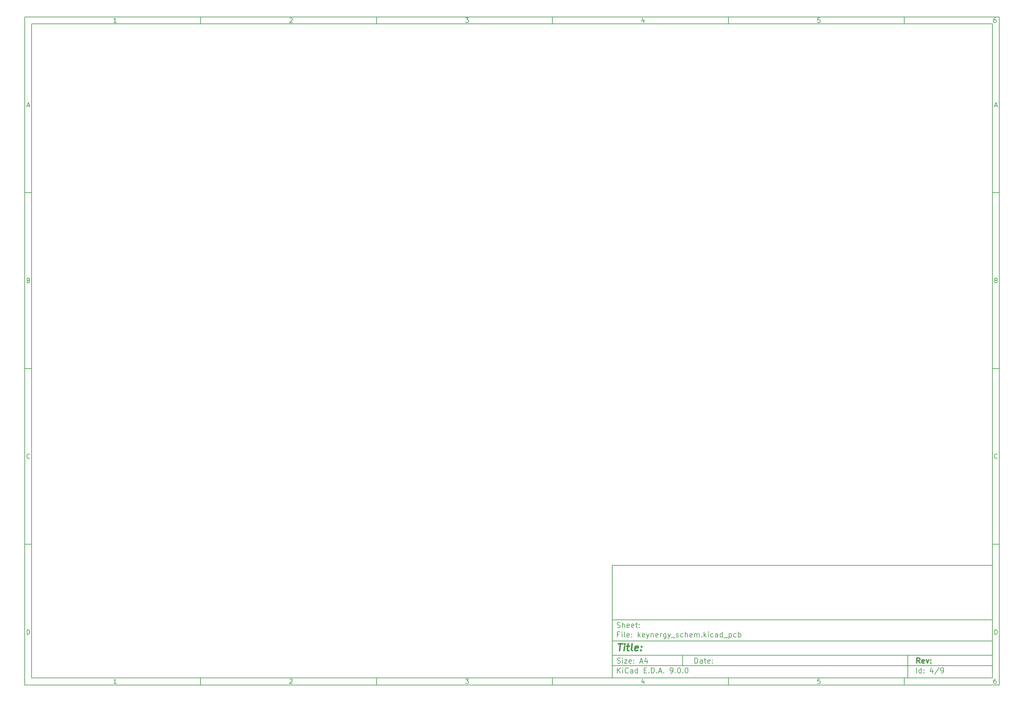
<source format=gbr>
%TF.GenerationSoftware,KiCad,Pcbnew,9.0.0*%
%TF.CreationDate,2025-04-02T13:07:29+08:00*%
%TF.ProjectId,keynergy_schem,6b65796e-6572-4677-995f-736368656d2e,rev?*%
%TF.SameCoordinates,Original*%
%TF.FileFunction,Paste,Bot*%
%TF.FilePolarity,Positive*%
%FSLAX46Y46*%
G04 Gerber Fmt 4.6, Leading zero omitted, Abs format (unit mm)*
G04 Created by KiCad (PCBNEW 9.0.0) date 2025-04-02 13:07:29*
%MOMM*%
%LPD*%
G01*
G04 APERTURE LIST*
%ADD10C,0.100000*%
%ADD11C,0.150000*%
%ADD12C,0.300000*%
%ADD13C,0.400000*%
G04 APERTURE END LIST*
D10*
D11*
X177002200Y-166007200D02*
X285002200Y-166007200D01*
X285002200Y-198007200D01*
X177002200Y-198007200D01*
X177002200Y-166007200D01*
D10*
D11*
X10000000Y-10000000D02*
X287002200Y-10000000D01*
X287002200Y-200007200D01*
X10000000Y-200007200D01*
X10000000Y-10000000D01*
D10*
D11*
X12000000Y-12000000D02*
X285002200Y-12000000D01*
X285002200Y-198007200D01*
X12000000Y-198007200D01*
X12000000Y-12000000D01*
D10*
D11*
X60000000Y-12000000D02*
X60000000Y-10000000D01*
D10*
D11*
X110000000Y-12000000D02*
X110000000Y-10000000D01*
D10*
D11*
X160000000Y-12000000D02*
X160000000Y-10000000D01*
D10*
D11*
X210000000Y-12000000D02*
X210000000Y-10000000D01*
D10*
D11*
X260000000Y-12000000D02*
X260000000Y-10000000D01*
D10*
D11*
X36089160Y-11593604D02*
X35346303Y-11593604D01*
X35717731Y-11593604D02*
X35717731Y-10293604D01*
X35717731Y-10293604D02*
X35593922Y-10479319D01*
X35593922Y-10479319D02*
X35470112Y-10603128D01*
X35470112Y-10603128D02*
X35346303Y-10665033D01*
D10*
D11*
X85346303Y-10417414D02*
X85408207Y-10355509D01*
X85408207Y-10355509D02*
X85532017Y-10293604D01*
X85532017Y-10293604D02*
X85841541Y-10293604D01*
X85841541Y-10293604D02*
X85965350Y-10355509D01*
X85965350Y-10355509D02*
X86027255Y-10417414D01*
X86027255Y-10417414D02*
X86089160Y-10541223D01*
X86089160Y-10541223D02*
X86089160Y-10665033D01*
X86089160Y-10665033D02*
X86027255Y-10850747D01*
X86027255Y-10850747D02*
X85284398Y-11593604D01*
X85284398Y-11593604D02*
X86089160Y-11593604D01*
D10*
D11*
X135284398Y-10293604D02*
X136089160Y-10293604D01*
X136089160Y-10293604D02*
X135655826Y-10788842D01*
X135655826Y-10788842D02*
X135841541Y-10788842D01*
X135841541Y-10788842D02*
X135965350Y-10850747D01*
X135965350Y-10850747D02*
X136027255Y-10912652D01*
X136027255Y-10912652D02*
X136089160Y-11036461D01*
X136089160Y-11036461D02*
X136089160Y-11345985D01*
X136089160Y-11345985D02*
X136027255Y-11469795D01*
X136027255Y-11469795D02*
X135965350Y-11531700D01*
X135965350Y-11531700D02*
X135841541Y-11593604D01*
X135841541Y-11593604D02*
X135470112Y-11593604D01*
X135470112Y-11593604D02*
X135346303Y-11531700D01*
X135346303Y-11531700D02*
X135284398Y-11469795D01*
D10*
D11*
X185965350Y-10726938D02*
X185965350Y-11593604D01*
X185655826Y-10231700D02*
X185346303Y-11160271D01*
X185346303Y-11160271D02*
X186151064Y-11160271D01*
D10*
D11*
X236027255Y-10293604D02*
X235408207Y-10293604D01*
X235408207Y-10293604D02*
X235346303Y-10912652D01*
X235346303Y-10912652D02*
X235408207Y-10850747D01*
X235408207Y-10850747D02*
X235532017Y-10788842D01*
X235532017Y-10788842D02*
X235841541Y-10788842D01*
X235841541Y-10788842D02*
X235965350Y-10850747D01*
X235965350Y-10850747D02*
X236027255Y-10912652D01*
X236027255Y-10912652D02*
X236089160Y-11036461D01*
X236089160Y-11036461D02*
X236089160Y-11345985D01*
X236089160Y-11345985D02*
X236027255Y-11469795D01*
X236027255Y-11469795D02*
X235965350Y-11531700D01*
X235965350Y-11531700D02*
X235841541Y-11593604D01*
X235841541Y-11593604D02*
X235532017Y-11593604D01*
X235532017Y-11593604D02*
X235408207Y-11531700D01*
X235408207Y-11531700D02*
X235346303Y-11469795D01*
D10*
D11*
X285965350Y-10293604D02*
X285717731Y-10293604D01*
X285717731Y-10293604D02*
X285593922Y-10355509D01*
X285593922Y-10355509D02*
X285532017Y-10417414D01*
X285532017Y-10417414D02*
X285408207Y-10603128D01*
X285408207Y-10603128D02*
X285346303Y-10850747D01*
X285346303Y-10850747D02*
X285346303Y-11345985D01*
X285346303Y-11345985D02*
X285408207Y-11469795D01*
X285408207Y-11469795D02*
X285470112Y-11531700D01*
X285470112Y-11531700D02*
X285593922Y-11593604D01*
X285593922Y-11593604D02*
X285841541Y-11593604D01*
X285841541Y-11593604D02*
X285965350Y-11531700D01*
X285965350Y-11531700D02*
X286027255Y-11469795D01*
X286027255Y-11469795D02*
X286089160Y-11345985D01*
X286089160Y-11345985D02*
X286089160Y-11036461D01*
X286089160Y-11036461D02*
X286027255Y-10912652D01*
X286027255Y-10912652D02*
X285965350Y-10850747D01*
X285965350Y-10850747D02*
X285841541Y-10788842D01*
X285841541Y-10788842D02*
X285593922Y-10788842D01*
X285593922Y-10788842D02*
X285470112Y-10850747D01*
X285470112Y-10850747D02*
X285408207Y-10912652D01*
X285408207Y-10912652D02*
X285346303Y-11036461D01*
D10*
D11*
X60000000Y-198007200D02*
X60000000Y-200007200D01*
D10*
D11*
X110000000Y-198007200D02*
X110000000Y-200007200D01*
D10*
D11*
X160000000Y-198007200D02*
X160000000Y-200007200D01*
D10*
D11*
X210000000Y-198007200D02*
X210000000Y-200007200D01*
D10*
D11*
X260000000Y-198007200D02*
X260000000Y-200007200D01*
D10*
D11*
X36089160Y-199600804D02*
X35346303Y-199600804D01*
X35717731Y-199600804D02*
X35717731Y-198300804D01*
X35717731Y-198300804D02*
X35593922Y-198486519D01*
X35593922Y-198486519D02*
X35470112Y-198610328D01*
X35470112Y-198610328D02*
X35346303Y-198672233D01*
D10*
D11*
X85346303Y-198424614D02*
X85408207Y-198362709D01*
X85408207Y-198362709D02*
X85532017Y-198300804D01*
X85532017Y-198300804D02*
X85841541Y-198300804D01*
X85841541Y-198300804D02*
X85965350Y-198362709D01*
X85965350Y-198362709D02*
X86027255Y-198424614D01*
X86027255Y-198424614D02*
X86089160Y-198548423D01*
X86089160Y-198548423D02*
X86089160Y-198672233D01*
X86089160Y-198672233D02*
X86027255Y-198857947D01*
X86027255Y-198857947D02*
X85284398Y-199600804D01*
X85284398Y-199600804D02*
X86089160Y-199600804D01*
D10*
D11*
X135284398Y-198300804D02*
X136089160Y-198300804D01*
X136089160Y-198300804D02*
X135655826Y-198796042D01*
X135655826Y-198796042D02*
X135841541Y-198796042D01*
X135841541Y-198796042D02*
X135965350Y-198857947D01*
X135965350Y-198857947D02*
X136027255Y-198919852D01*
X136027255Y-198919852D02*
X136089160Y-199043661D01*
X136089160Y-199043661D02*
X136089160Y-199353185D01*
X136089160Y-199353185D02*
X136027255Y-199476995D01*
X136027255Y-199476995D02*
X135965350Y-199538900D01*
X135965350Y-199538900D02*
X135841541Y-199600804D01*
X135841541Y-199600804D02*
X135470112Y-199600804D01*
X135470112Y-199600804D02*
X135346303Y-199538900D01*
X135346303Y-199538900D02*
X135284398Y-199476995D01*
D10*
D11*
X185965350Y-198734138D02*
X185965350Y-199600804D01*
X185655826Y-198238900D02*
X185346303Y-199167471D01*
X185346303Y-199167471D02*
X186151064Y-199167471D01*
D10*
D11*
X236027255Y-198300804D02*
X235408207Y-198300804D01*
X235408207Y-198300804D02*
X235346303Y-198919852D01*
X235346303Y-198919852D02*
X235408207Y-198857947D01*
X235408207Y-198857947D02*
X235532017Y-198796042D01*
X235532017Y-198796042D02*
X235841541Y-198796042D01*
X235841541Y-198796042D02*
X235965350Y-198857947D01*
X235965350Y-198857947D02*
X236027255Y-198919852D01*
X236027255Y-198919852D02*
X236089160Y-199043661D01*
X236089160Y-199043661D02*
X236089160Y-199353185D01*
X236089160Y-199353185D02*
X236027255Y-199476995D01*
X236027255Y-199476995D02*
X235965350Y-199538900D01*
X235965350Y-199538900D02*
X235841541Y-199600804D01*
X235841541Y-199600804D02*
X235532017Y-199600804D01*
X235532017Y-199600804D02*
X235408207Y-199538900D01*
X235408207Y-199538900D02*
X235346303Y-199476995D01*
D10*
D11*
X285965350Y-198300804D02*
X285717731Y-198300804D01*
X285717731Y-198300804D02*
X285593922Y-198362709D01*
X285593922Y-198362709D02*
X285532017Y-198424614D01*
X285532017Y-198424614D02*
X285408207Y-198610328D01*
X285408207Y-198610328D02*
X285346303Y-198857947D01*
X285346303Y-198857947D02*
X285346303Y-199353185D01*
X285346303Y-199353185D02*
X285408207Y-199476995D01*
X285408207Y-199476995D02*
X285470112Y-199538900D01*
X285470112Y-199538900D02*
X285593922Y-199600804D01*
X285593922Y-199600804D02*
X285841541Y-199600804D01*
X285841541Y-199600804D02*
X285965350Y-199538900D01*
X285965350Y-199538900D02*
X286027255Y-199476995D01*
X286027255Y-199476995D02*
X286089160Y-199353185D01*
X286089160Y-199353185D02*
X286089160Y-199043661D01*
X286089160Y-199043661D02*
X286027255Y-198919852D01*
X286027255Y-198919852D02*
X285965350Y-198857947D01*
X285965350Y-198857947D02*
X285841541Y-198796042D01*
X285841541Y-198796042D02*
X285593922Y-198796042D01*
X285593922Y-198796042D02*
X285470112Y-198857947D01*
X285470112Y-198857947D02*
X285408207Y-198919852D01*
X285408207Y-198919852D02*
X285346303Y-199043661D01*
D10*
D11*
X10000000Y-60000000D02*
X12000000Y-60000000D01*
D10*
D11*
X10000000Y-110000000D02*
X12000000Y-110000000D01*
D10*
D11*
X10000000Y-160000000D02*
X12000000Y-160000000D01*
D10*
D11*
X10690476Y-35222176D02*
X11309523Y-35222176D01*
X10566666Y-35593604D02*
X10999999Y-34293604D01*
X10999999Y-34293604D02*
X11433333Y-35593604D01*
D10*
D11*
X11092857Y-84912652D02*
X11278571Y-84974557D01*
X11278571Y-84974557D02*
X11340476Y-85036461D01*
X11340476Y-85036461D02*
X11402380Y-85160271D01*
X11402380Y-85160271D02*
X11402380Y-85345985D01*
X11402380Y-85345985D02*
X11340476Y-85469795D01*
X11340476Y-85469795D02*
X11278571Y-85531700D01*
X11278571Y-85531700D02*
X11154761Y-85593604D01*
X11154761Y-85593604D02*
X10659523Y-85593604D01*
X10659523Y-85593604D02*
X10659523Y-84293604D01*
X10659523Y-84293604D02*
X11092857Y-84293604D01*
X11092857Y-84293604D02*
X11216666Y-84355509D01*
X11216666Y-84355509D02*
X11278571Y-84417414D01*
X11278571Y-84417414D02*
X11340476Y-84541223D01*
X11340476Y-84541223D02*
X11340476Y-84665033D01*
X11340476Y-84665033D02*
X11278571Y-84788842D01*
X11278571Y-84788842D02*
X11216666Y-84850747D01*
X11216666Y-84850747D02*
X11092857Y-84912652D01*
X11092857Y-84912652D02*
X10659523Y-84912652D01*
D10*
D11*
X11402380Y-135469795D02*
X11340476Y-135531700D01*
X11340476Y-135531700D02*
X11154761Y-135593604D01*
X11154761Y-135593604D02*
X11030952Y-135593604D01*
X11030952Y-135593604D02*
X10845238Y-135531700D01*
X10845238Y-135531700D02*
X10721428Y-135407890D01*
X10721428Y-135407890D02*
X10659523Y-135284080D01*
X10659523Y-135284080D02*
X10597619Y-135036461D01*
X10597619Y-135036461D02*
X10597619Y-134850747D01*
X10597619Y-134850747D02*
X10659523Y-134603128D01*
X10659523Y-134603128D02*
X10721428Y-134479319D01*
X10721428Y-134479319D02*
X10845238Y-134355509D01*
X10845238Y-134355509D02*
X11030952Y-134293604D01*
X11030952Y-134293604D02*
X11154761Y-134293604D01*
X11154761Y-134293604D02*
X11340476Y-134355509D01*
X11340476Y-134355509D02*
X11402380Y-134417414D01*
D10*
D11*
X10659523Y-185593604D02*
X10659523Y-184293604D01*
X10659523Y-184293604D02*
X10969047Y-184293604D01*
X10969047Y-184293604D02*
X11154761Y-184355509D01*
X11154761Y-184355509D02*
X11278571Y-184479319D01*
X11278571Y-184479319D02*
X11340476Y-184603128D01*
X11340476Y-184603128D02*
X11402380Y-184850747D01*
X11402380Y-184850747D02*
X11402380Y-185036461D01*
X11402380Y-185036461D02*
X11340476Y-185284080D01*
X11340476Y-185284080D02*
X11278571Y-185407890D01*
X11278571Y-185407890D02*
X11154761Y-185531700D01*
X11154761Y-185531700D02*
X10969047Y-185593604D01*
X10969047Y-185593604D02*
X10659523Y-185593604D01*
D10*
D11*
X287002200Y-60000000D02*
X285002200Y-60000000D01*
D10*
D11*
X287002200Y-110000000D02*
X285002200Y-110000000D01*
D10*
D11*
X287002200Y-160000000D02*
X285002200Y-160000000D01*
D10*
D11*
X285692676Y-35222176D02*
X286311723Y-35222176D01*
X285568866Y-35593604D02*
X286002199Y-34293604D01*
X286002199Y-34293604D02*
X286435533Y-35593604D01*
D10*
D11*
X286095057Y-84912652D02*
X286280771Y-84974557D01*
X286280771Y-84974557D02*
X286342676Y-85036461D01*
X286342676Y-85036461D02*
X286404580Y-85160271D01*
X286404580Y-85160271D02*
X286404580Y-85345985D01*
X286404580Y-85345985D02*
X286342676Y-85469795D01*
X286342676Y-85469795D02*
X286280771Y-85531700D01*
X286280771Y-85531700D02*
X286156961Y-85593604D01*
X286156961Y-85593604D02*
X285661723Y-85593604D01*
X285661723Y-85593604D02*
X285661723Y-84293604D01*
X285661723Y-84293604D02*
X286095057Y-84293604D01*
X286095057Y-84293604D02*
X286218866Y-84355509D01*
X286218866Y-84355509D02*
X286280771Y-84417414D01*
X286280771Y-84417414D02*
X286342676Y-84541223D01*
X286342676Y-84541223D02*
X286342676Y-84665033D01*
X286342676Y-84665033D02*
X286280771Y-84788842D01*
X286280771Y-84788842D02*
X286218866Y-84850747D01*
X286218866Y-84850747D02*
X286095057Y-84912652D01*
X286095057Y-84912652D02*
X285661723Y-84912652D01*
D10*
D11*
X286404580Y-135469795D02*
X286342676Y-135531700D01*
X286342676Y-135531700D02*
X286156961Y-135593604D01*
X286156961Y-135593604D02*
X286033152Y-135593604D01*
X286033152Y-135593604D02*
X285847438Y-135531700D01*
X285847438Y-135531700D02*
X285723628Y-135407890D01*
X285723628Y-135407890D02*
X285661723Y-135284080D01*
X285661723Y-135284080D02*
X285599819Y-135036461D01*
X285599819Y-135036461D02*
X285599819Y-134850747D01*
X285599819Y-134850747D02*
X285661723Y-134603128D01*
X285661723Y-134603128D02*
X285723628Y-134479319D01*
X285723628Y-134479319D02*
X285847438Y-134355509D01*
X285847438Y-134355509D02*
X286033152Y-134293604D01*
X286033152Y-134293604D02*
X286156961Y-134293604D01*
X286156961Y-134293604D02*
X286342676Y-134355509D01*
X286342676Y-134355509D02*
X286404580Y-134417414D01*
D10*
D11*
X285661723Y-185593604D02*
X285661723Y-184293604D01*
X285661723Y-184293604D02*
X285971247Y-184293604D01*
X285971247Y-184293604D02*
X286156961Y-184355509D01*
X286156961Y-184355509D02*
X286280771Y-184479319D01*
X286280771Y-184479319D02*
X286342676Y-184603128D01*
X286342676Y-184603128D02*
X286404580Y-184850747D01*
X286404580Y-184850747D02*
X286404580Y-185036461D01*
X286404580Y-185036461D02*
X286342676Y-185284080D01*
X286342676Y-185284080D02*
X286280771Y-185407890D01*
X286280771Y-185407890D02*
X286156961Y-185531700D01*
X286156961Y-185531700D02*
X285971247Y-185593604D01*
X285971247Y-185593604D02*
X285661723Y-185593604D01*
D10*
D11*
X200458026Y-193793328D02*
X200458026Y-192293328D01*
X200458026Y-192293328D02*
X200815169Y-192293328D01*
X200815169Y-192293328D02*
X201029455Y-192364757D01*
X201029455Y-192364757D02*
X201172312Y-192507614D01*
X201172312Y-192507614D02*
X201243741Y-192650471D01*
X201243741Y-192650471D02*
X201315169Y-192936185D01*
X201315169Y-192936185D02*
X201315169Y-193150471D01*
X201315169Y-193150471D02*
X201243741Y-193436185D01*
X201243741Y-193436185D02*
X201172312Y-193579042D01*
X201172312Y-193579042D02*
X201029455Y-193721900D01*
X201029455Y-193721900D02*
X200815169Y-193793328D01*
X200815169Y-193793328D02*
X200458026Y-193793328D01*
X202600884Y-193793328D02*
X202600884Y-193007614D01*
X202600884Y-193007614D02*
X202529455Y-192864757D01*
X202529455Y-192864757D02*
X202386598Y-192793328D01*
X202386598Y-192793328D02*
X202100884Y-192793328D01*
X202100884Y-192793328D02*
X201958026Y-192864757D01*
X202600884Y-193721900D02*
X202458026Y-193793328D01*
X202458026Y-193793328D02*
X202100884Y-193793328D01*
X202100884Y-193793328D02*
X201958026Y-193721900D01*
X201958026Y-193721900D02*
X201886598Y-193579042D01*
X201886598Y-193579042D02*
X201886598Y-193436185D01*
X201886598Y-193436185D02*
X201958026Y-193293328D01*
X201958026Y-193293328D02*
X202100884Y-193221900D01*
X202100884Y-193221900D02*
X202458026Y-193221900D01*
X202458026Y-193221900D02*
X202600884Y-193150471D01*
X203100884Y-192793328D02*
X203672312Y-192793328D01*
X203315169Y-192293328D02*
X203315169Y-193579042D01*
X203315169Y-193579042D02*
X203386598Y-193721900D01*
X203386598Y-193721900D02*
X203529455Y-193793328D01*
X203529455Y-193793328D02*
X203672312Y-193793328D01*
X204743741Y-193721900D02*
X204600884Y-193793328D01*
X204600884Y-193793328D02*
X204315170Y-193793328D01*
X204315170Y-193793328D02*
X204172312Y-193721900D01*
X204172312Y-193721900D02*
X204100884Y-193579042D01*
X204100884Y-193579042D02*
X204100884Y-193007614D01*
X204100884Y-193007614D02*
X204172312Y-192864757D01*
X204172312Y-192864757D02*
X204315170Y-192793328D01*
X204315170Y-192793328D02*
X204600884Y-192793328D01*
X204600884Y-192793328D02*
X204743741Y-192864757D01*
X204743741Y-192864757D02*
X204815170Y-193007614D01*
X204815170Y-193007614D02*
X204815170Y-193150471D01*
X204815170Y-193150471D02*
X204100884Y-193293328D01*
X205458026Y-193650471D02*
X205529455Y-193721900D01*
X205529455Y-193721900D02*
X205458026Y-193793328D01*
X205458026Y-193793328D02*
X205386598Y-193721900D01*
X205386598Y-193721900D02*
X205458026Y-193650471D01*
X205458026Y-193650471D02*
X205458026Y-193793328D01*
X205458026Y-192864757D02*
X205529455Y-192936185D01*
X205529455Y-192936185D02*
X205458026Y-193007614D01*
X205458026Y-193007614D02*
X205386598Y-192936185D01*
X205386598Y-192936185D02*
X205458026Y-192864757D01*
X205458026Y-192864757D02*
X205458026Y-193007614D01*
D10*
D11*
X177002200Y-194507200D02*
X285002200Y-194507200D01*
D10*
D11*
X178458026Y-196593328D02*
X178458026Y-195093328D01*
X179315169Y-196593328D02*
X178672312Y-195736185D01*
X179315169Y-195093328D02*
X178458026Y-195950471D01*
X179958026Y-196593328D02*
X179958026Y-195593328D01*
X179958026Y-195093328D02*
X179886598Y-195164757D01*
X179886598Y-195164757D02*
X179958026Y-195236185D01*
X179958026Y-195236185D02*
X180029455Y-195164757D01*
X180029455Y-195164757D02*
X179958026Y-195093328D01*
X179958026Y-195093328D02*
X179958026Y-195236185D01*
X181529455Y-196450471D02*
X181458027Y-196521900D01*
X181458027Y-196521900D02*
X181243741Y-196593328D01*
X181243741Y-196593328D02*
X181100884Y-196593328D01*
X181100884Y-196593328D02*
X180886598Y-196521900D01*
X180886598Y-196521900D02*
X180743741Y-196379042D01*
X180743741Y-196379042D02*
X180672312Y-196236185D01*
X180672312Y-196236185D02*
X180600884Y-195950471D01*
X180600884Y-195950471D02*
X180600884Y-195736185D01*
X180600884Y-195736185D02*
X180672312Y-195450471D01*
X180672312Y-195450471D02*
X180743741Y-195307614D01*
X180743741Y-195307614D02*
X180886598Y-195164757D01*
X180886598Y-195164757D02*
X181100884Y-195093328D01*
X181100884Y-195093328D02*
X181243741Y-195093328D01*
X181243741Y-195093328D02*
X181458027Y-195164757D01*
X181458027Y-195164757D02*
X181529455Y-195236185D01*
X182815170Y-196593328D02*
X182815170Y-195807614D01*
X182815170Y-195807614D02*
X182743741Y-195664757D01*
X182743741Y-195664757D02*
X182600884Y-195593328D01*
X182600884Y-195593328D02*
X182315170Y-195593328D01*
X182315170Y-195593328D02*
X182172312Y-195664757D01*
X182815170Y-196521900D02*
X182672312Y-196593328D01*
X182672312Y-196593328D02*
X182315170Y-196593328D01*
X182315170Y-196593328D02*
X182172312Y-196521900D01*
X182172312Y-196521900D02*
X182100884Y-196379042D01*
X182100884Y-196379042D02*
X182100884Y-196236185D01*
X182100884Y-196236185D02*
X182172312Y-196093328D01*
X182172312Y-196093328D02*
X182315170Y-196021900D01*
X182315170Y-196021900D02*
X182672312Y-196021900D01*
X182672312Y-196021900D02*
X182815170Y-195950471D01*
X184172313Y-196593328D02*
X184172313Y-195093328D01*
X184172313Y-196521900D02*
X184029455Y-196593328D01*
X184029455Y-196593328D02*
X183743741Y-196593328D01*
X183743741Y-196593328D02*
X183600884Y-196521900D01*
X183600884Y-196521900D02*
X183529455Y-196450471D01*
X183529455Y-196450471D02*
X183458027Y-196307614D01*
X183458027Y-196307614D02*
X183458027Y-195879042D01*
X183458027Y-195879042D02*
X183529455Y-195736185D01*
X183529455Y-195736185D02*
X183600884Y-195664757D01*
X183600884Y-195664757D02*
X183743741Y-195593328D01*
X183743741Y-195593328D02*
X184029455Y-195593328D01*
X184029455Y-195593328D02*
X184172313Y-195664757D01*
X186029455Y-195807614D02*
X186529455Y-195807614D01*
X186743741Y-196593328D02*
X186029455Y-196593328D01*
X186029455Y-196593328D02*
X186029455Y-195093328D01*
X186029455Y-195093328D02*
X186743741Y-195093328D01*
X187386598Y-196450471D02*
X187458027Y-196521900D01*
X187458027Y-196521900D02*
X187386598Y-196593328D01*
X187386598Y-196593328D02*
X187315170Y-196521900D01*
X187315170Y-196521900D02*
X187386598Y-196450471D01*
X187386598Y-196450471D02*
X187386598Y-196593328D01*
X188100884Y-196593328D02*
X188100884Y-195093328D01*
X188100884Y-195093328D02*
X188458027Y-195093328D01*
X188458027Y-195093328D02*
X188672313Y-195164757D01*
X188672313Y-195164757D02*
X188815170Y-195307614D01*
X188815170Y-195307614D02*
X188886599Y-195450471D01*
X188886599Y-195450471D02*
X188958027Y-195736185D01*
X188958027Y-195736185D02*
X188958027Y-195950471D01*
X188958027Y-195950471D02*
X188886599Y-196236185D01*
X188886599Y-196236185D02*
X188815170Y-196379042D01*
X188815170Y-196379042D02*
X188672313Y-196521900D01*
X188672313Y-196521900D02*
X188458027Y-196593328D01*
X188458027Y-196593328D02*
X188100884Y-196593328D01*
X189600884Y-196450471D02*
X189672313Y-196521900D01*
X189672313Y-196521900D02*
X189600884Y-196593328D01*
X189600884Y-196593328D02*
X189529456Y-196521900D01*
X189529456Y-196521900D02*
X189600884Y-196450471D01*
X189600884Y-196450471D02*
X189600884Y-196593328D01*
X190243742Y-196164757D02*
X190958028Y-196164757D01*
X190100885Y-196593328D02*
X190600885Y-195093328D01*
X190600885Y-195093328D02*
X191100885Y-196593328D01*
X191600884Y-196450471D02*
X191672313Y-196521900D01*
X191672313Y-196521900D02*
X191600884Y-196593328D01*
X191600884Y-196593328D02*
X191529456Y-196521900D01*
X191529456Y-196521900D02*
X191600884Y-196450471D01*
X191600884Y-196450471D02*
X191600884Y-196593328D01*
X193529456Y-196593328D02*
X193815170Y-196593328D01*
X193815170Y-196593328D02*
X193958027Y-196521900D01*
X193958027Y-196521900D02*
X194029456Y-196450471D01*
X194029456Y-196450471D02*
X194172313Y-196236185D01*
X194172313Y-196236185D02*
X194243742Y-195950471D01*
X194243742Y-195950471D02*
X194243742Y-195379042D01*
X194243742Y-195379042D02*
X194172313Y-195236185D01*
X194172313Y-195236185D02*
X194100885Y-195164757D01*
X194100885Y-195164757D02*
X193958027Y-195093328D01*
X193958027Y-195093328D02*
X193672313Y-195093328D01*
X193672313Y-195093328D02*
X193529456Y-195164757D01*
X193529456Y-195164757D02*
X193458027Y-195236185D01*
X193458027Y-195236185D02*
X193386599Y-195379042D01*
X193386599Y-195379042D02*
X193386599Y-195736185D01*
X193386599Y-195736185D02*
X193458027Y-195879042D01*
X193458027Y-195879042D02*
X193529456Y-195950471D01*
X193529456Y-195950471D02*
X193672313Y-196021900D01*
X193672313Y-196021900D02*
X193958027Y-196021900D01*
X193958027Y-196021900D02*
X194100885Y-195950471D01*
X194100885Y-195950471D02*
X194172313Y-195879042D01*
X194172313Y-195879042D02*
X194243742Y-195736185D01*
X194886598Y-196450471D02*
X194958027Y-196521900D01*
X194958027Y-196521900D02*
X194886598Y-196593328D01*
X194886598Y-196593328D02*
X194815170Y-196521900D01*
X194815170Y-196521900D02*
X194886598Y-196450471D01*
X194886598Y-196450471D02*
X194886598Y-196593328D01*
X195886599Y-195093328D02*
X196029456Y-195093328D01*
X196029456Y-195093328D02*
X196172313Y-195164757D01*
X196172313Y-195164757D02*
X196243742Y-195236185D01*
X196243742Y-195236185D02*
X196315170Y-195379042D01*
X196315170Y-195379042D02*
X196386599Y-195664757D01*
X196386599Y-195664757D02*
X196386599Y-196021900D01*
X196386599Y-196021900D02*
X196315170Y-196307614D01*
X196315170Y-196307614D02*
X196243742Y-196450471D01*
X196243742Y-196450471D02*
X196172313Y-196521900D01*
X196172313Y-196521900D02*
X196029456Y-196593328D01*
X196029456Y-196593328D02*
X195886599Y-196593328D01*
X195886599Y-196593328D02*
X195743742Y-196521900D01*
X195743742Y-196521900D02*
X195672313Y-196450471D01*
X195672313Y-196450471D02*
X195600884Y-196307614D01*
X195600884Y-196307614D02*
X195529456Y-196021900D01*
X195529456Y-196021900D02*
X195529456Y-195664757D01*
X195529456Y-195664757D02*
X195600884Y-195379042D01*
X195600884Y-195379042D02*
X195672313Y-195236185D01*
X195672313Y-195236185D02*
X195743742Y-195164757D01*
X195743742Y-195164757D02*
X195886599Y-195093328D01*
X197029455Y-196450471D02*
X197100884Y-196521900D01*
X197100884Y-196521900D02*
X197029455Y-196593328D01*
X197029455Y-196593328D02*
X196958027Y-196521900D01*
X196958027Y-196521900D02*
X197029455Y-196450471D01*
X197029455Y-196450471D02*
X197029455Y-196593328D01*
X198029456Y-195093328D02*
X198172313Y-195093328D01*
X198172313Y-195093328D02*
X198315170Y-195164757D01*
X198315170Y-195164757D02*
X198386599Y-195236185D01*
X198386599Y-195236185D02*
X198458027Y-195379042D01*
X198458027Y-195379042D02*
X198529456Y-195664757D01*
X198529456Y-195664757D02*
X198529456Y-196021900D01*
X198529456Y-196021900D02*
X198458027Y-196307614D01*
X198458027Y-196307614D02*
X198386599Y-196450471D01*
X198386599Y-196450471D02*
X198315170Y-196521900D01*
X198315170Y-196521900D02*
X198172313Y-196593328D01*
X198172313Y-196593328D02*
X198029456Y-196593328D01*
X198029456Y-196593328D02*
X197886599Y-196521900D01*
X197886599Y-196521900D02*
X197815170Y-196450471D01*
X197815170Y-196450471D02*
X197743741Y-196307614D01*
X197743741Y-196307614D02*
X197672313Y-196021900D01*
X197672313Y-196021900D02*
X197672313Y-195664757D01*
X197672313Y-195664757D02*
X197743741Y-195379042D01*
X197743741Y-195379042D02*
X197815170Y-195236185D01*
X197815170Y-195236185D02*
X197886599Y-195164757D01*
X197886599Y-195164757D02*
X198029456Y-195093328D01*
D10*
D11*
X177002200Y-191507200D02*
X285002200Y-191507200D01*
D10*
D12*
X264413853Y-193785528D02*
X263913853Y-193071242D01*
X263556710Y-193785528D02*
X263556710Y-192285528D01*
X263556710Y-192285528D02*
X264128139Y-192285528D01*
X264128139Y-192285528D02*
X264270996Y-192356957D01*
X264270996Y-192356957D02*
X264342425Y-192428385D01*
X264342425Y-192428385D02*
X264413853Y-192571242D01*
X264413853Y-192571242D02*
X264413853Y-192785528D01*
X264413853Y-192785528D02*
X264342425Y-192928385D01*
X264342425Y-192928385D02*
X264270996Y-192999814D01*
X264270996Y-192999814D02*
X264128139Y-193071242D01*
X264128139Y-193071242D02*
X263556710Y-193071242D01*
X265628139Y-193714100D02*
X265485282Y-193785528D01*
X265485282Y-193785528D02*
X265199568Y-193785528D01*
X265199568Y-193785528D02*
X265056710Y-193714100D01*
X265056710Y-193714100D02*
X264985282Y-193571242D01*
X264985282Y-193571242D02*
X264985282Y-192999814D01*
X264985282Y-192999814D02*
X265056710Y-192856957D01*
X265056710Y-192856957D02*
X265199568Y-192785528D01*
X265199568Y-192785528D02*
X265485282Y-192785528D01*
X265485282Y-192785528D02*
X265628139Y-192856957D01*
X265628139Y-192856957D02*
X265699568Y-192999814D01*
X265699568Y-192999814D02*
X265699568Y-193142671D01*
X265699568Y-193142671D02*
X264985282Y-193285528D01*
X266199567Y-192785528D02*
X266556710Y-193785528D01*
X266556710Y-193785528D02*
X266913853Y-192785528D01*
X267485281Y-193642671D02*
X267556710Y-193714100D01*
X267556710Y-193714100D02*
X267485281Y-193785528D01*
X267485281Y-193785528D02*
X267413853Y-193714100D01*
X267413853Y-193714100D02*
X267485281Y-193642671D01*
X267485281Y-193642671D02*
X267485281Y-193785528D01*
X267485281Y-192856957D02*
X267556710Y-192928385D01*
X267556710Y-192928385D02*
X267485281Y-192999814D01*
X267485281Y-192999814D02*
X267413853Y-192928385D01*
X267413853Y-192928385D02*
X267485281Y-192856957D01*
X267485281Y-192856957D02*
X267485281Y-192999814D01*
D10*
D11*
X178386598Y-193721900D02*
X178600884Y-193793328D01*
X178600884Y-193793328D02*
X178958026Y-193793328D01*
X178958026Y-193793328D02*
X179100884Y-193721900D01*
X179100884Y-193721900D02*
X179172312Y-193650471D01*
X179172312Y-193650471D02*
X179243741Y-193507614D01*
X179243741Y-193507614D02*
X179243741Y-193364757D01*
X179243741Y-193364757D02*
X179172312Y-193221900D01*
X179172312Y-193221900D02*
X179100884Y-193150471D01*
X179100884Y-193150471D02*
X178958026Y-193079042D01*
X178958026Y-193079042D02*
X178672312Y-193007614D01*
X178672312Y-193007614D02*
X178529455Y-192936185D01*
X178529455Y-192936185D02*
X178458026Y-192864757D01*
X178458026Y-192864757D02*
X178386598Y-192721900D01*
X178386598Y-192721900D02*
X178386598Y-192579042D01*
X178386598Y-192579042D02*
X178458026Y-192436185D01*
X178458026Y-192436185D02*
X178529455Y-192364757D01*
X178529455Y-192364757D02*
X178672312Y-192293328D01*
X178672312Y-192293328D02*
X179029455Y-192293328D01*
X179029455Y-192293328D02*
X179243741Y-192364757D01*
X179886597Y-193793328D02*
X179886597Y-192793328D01*
X179886597Y-192293328D02*
X179815169Y-192364757D01*
X179815169Y-192364757D02*
X179886597Y-192436185D01*
X179886597Y-192436185D02*
X179958026Y-192364757D01*
X179958026Y-192364757D02*
X179886597Y-192293328D01*
X179886597Y-192293328D02*
X179886597Y-192436185D01*
X180458026Y-192793328D02*
X181243741Y-192793328D01*
X181243741Y-192793328D02*
X180458026Y-193793328D01*
X180458026Y-193793328D02*
X181243741Y-193793328D01*
X182386598Y-193721900D02*
X182243741Y-193793328D01*
X182243741Y-193793328D02*
X181958027Y-193793328D01*
X181958027Y-193793328D02*
X181815169Y-193721900D01*
X181815169Y-193721900D02*
X181743741Y-193579042D01*
X181743741Y-193579042D02*
X181743741Y-193007614D01*
X181743741Y-193007614D02*
X181815169Y-192864757D01*
X181815169Y-192864757D02*
X181958027Y-192793328D01*
X181958027Y-192793328D02*
X182243741Y-192793328D01*
X182243741Y-192793328D02*
X182386598Y-192864757D01*
X182386598Y-192864757D02*
X182458027Y-193007614D01*
X182458027Y-193007614D02*
X182458027Y-193150471D01*
X182458027Y-193150471D02*
X181743741Y-193293328D01*
X183100883Y-193650471D02*
X183172312Y-193721900D01*
X183172312Y-193721900D02*
X183100883Y-193793328D01*
X183100883Y-193793328D02*
X183029455Y-193721900D01*
X183029455Y-193721900D02*
X183100883Y-193650471D01*
X183100883Y-193650471D02*
X183100883Y-193793328D01*
X183100883Y-192864757D02*
X183172312Y-192936185D01*
X183172312Y-192936185D02*
X183100883Y-193007614D01*
X183100883Y-193007614D02*
X183029455Y-192936185D01*
X183029455Y-192936185D02*
X183100883Y-192864757D01*
X183100883Y-192864757D02*
X183100883Y-193007614D01*
X184886598Y-193364757D02*
X185600884Y-193364757D01*
X184743741Y-193793328D02*
X185243741Y-192293328D01*
X185243741Y-192293328D02*
X185743741Y-193793328D01*
X186886598Y-192793328D02*
X186886598Y-193793328D01*
X186529455Y-192221900D02*
X186172312Y-193293328D01*
X186172312Y-193293328D02*
X187100883Y-193293328D01*
D10*
D11*
X263458026Y-196593328D02*
X263458026Y-195093328D01*
X264815170Y-196593328D02*
X264815170Y-195093328D01*
X264815170Y-196521900D02*
X264672312Y-196593328D01*
X264672312Y-196593328D02*
X264386598Y-196593328D01*
X264386598Y-196593328D02*
X264243741Y-196521900D01*
X264243741Y-196521900D02*
X264172312Y-196450471D01*
X264172312Y-196450471D02*
X264100884Y-196307614D01*
X264100884Y-196307614D02*
X264100884Y-195879042D01*
X264100884Y-195879042D02*
X264172312Y-195736185D01*
X264172312Y-195736185D02*
X264243741Y-195664757D01*
X264243741Y-195664757D02*
X264386598Y-195593328D01*
X264386598Y-195593328D02*
X264672312Y-195593328D01*
X264672312Y-195593328D02*
X264815170Y-195664757D01*
X265529455Y-196450471D02*
X265600884Y-196521900D01*
X265600884Y-196521900D02*
X265529455Y-196593328D01*
X265529455Y-196593328D02*
X265458027Y-196521900D01*
X265458027Y-196521900D02*
X265529455Y-196450471D01*
X265529455Y-196450471D02*
X265529455Y-196593328D01*
X265529455Y-195664757D02*
X265600884Y-195736185D01*
X265600884Y-195736185D02*
X265529455Y-195807614D01*
X265529455Y-195807614D02*
X265458027Y-195736185D01*
X265458027Y-195736185D02*
X265529455Y-195664757D01*
X265529455Y-195664757D02*
X265529455Y-195807614D01*
X268029456Y-195593328D02*
X268029456Y-196593328D01*
X267672313Y-195021900D02*
X267315170Y-196093328D01*
X267315170Y-196093328D02*
X268243741Y-196093328D01*
X269886598Y-195021900D02*
X268600884Y-196950471D01*
X270458027Y-196593328D02*
X270743741Y-196593328D01*
X270743741Y-196593328D02*
X270886598Y-196521900D01*
X270886598Y-196521900D02*
X270958027Y-196450471D01*
X270958027Y-196450471D02*
X271100884Y-196236185D01*
X271100884Y-196236185D02*
X271172313Y-195950471D01*
X271172313Y-195950471D02*
X271172313Y-195379042D01*
X271172313Y-195379042D02*
X271100884Y-195236185D01*
X271100884Y-195236185D02*
X271029456Y-195164757D01*
X271029456Y-195164757D02*
X270886598Y-195093328D01*
X270886598Y-195093328D02*
X270600884Y-195093328D01*
X270600884Y-195093328D02*
X270458027Y-195164757D01*
X270458027Y-195164757D02*
X270386598Y-195236185D01*
X270386598Y-195236185D02*
X270315170Y-195379042D01*
X270315170Y-195379042D02*
X270315170Y-195736185D01*
X270315170Y-195736185D02*
X270386598Y-195879042D01*
X270386598Y-195879042D02*
X270458027Y-195950471D01*
X270458027Y-195950471D02*
X270600884Y-196021900D01*
X270600884Y-196021900D02*
X270886598Y-196021900D01*
X270886598Y-196021900D02*
X271029456Y-195950471D01*
X271029456Y-195950471D02*
X271100884Y-195879042D01*
X271100884Y-195879042D02*
X271172313Y-195736185D01*
D10*
D11*
X177002200Y-187507200D02*
X285002200Y-187507200D01*
D10*
D13*
X178693928Y-188211638D02*
X179836785Y-188211638D01*
X179015357Y-190211638D02*
X179265357Y-188211638D01*
X180253452Y-190211638D02*
X180420119Y-188878304D01*
X180503452Y-188211638D02*
X180396309Y-188306876D01*
X180396309Y-188306876D02*
X180479643Y-188402114D01*
X180479643Y-188402114D02*
X180586786Y-188306876D01*
X180586786Y-188306876D02*
X180503452Y-188211638D01*
X180503452Y-188211638D02*
X180479643Y-188402114D01*
X181086786Y-188878304D02*
X181848690Y-188878304D01*
X181455833Y-188211638D02*
X181241548Y-189925923D01*
X181241548Y-189925923D02*
X181312976Y-190116400D01*
X181312976Y-190116400D02*
X181491548Y-190211638D01*
X181491548Y-190211638D02*
X181682024Y-190211638D01*
X182634405Y-190211638D02*
X182455833Y-190116400D01*
X182455833Y-190116400D02*
X182384405Y-189925923D01*
X182384405Y-189925923D02*
X182598690Y-188211638D01*
X184170119Y-190116400D02*
X183967738Y-190211638D01*
X183967738Y-190211638D02*
X183586785Y-190211638D01*
X183586785Y-190211638D02*
X183408214Y-190116400D01*
X183408214Y-190116400D02*
X183336785Y-189925923D01*
X183336785Y-189925923D02*
X183432024Y-189164019D01*
X183432024Y-189164019D02*
X183551071Y-188973542D01*
X183551071Y-188973542D02*
X183753452Y-188878304D01*
X183753452Y-188878304D02*
X184134404Y-188878304D01*
X184134404Y-188878304D02*
X184312976Y-188973542D01*
X184312976Y-188973542D02*
X184384404Y-189164019D01*
X184384404Y-189164019D02*
X184360595Y-189354495D01*
X184360595Y-189354495D02*
X183384404Y-189544971D01*
X185134405Y-190021161D02*
X185217738Y-190116400D01*
X185217738Y-190116400D02*
X185110595Y-190211638D01*
X185110595Y-190211638D02*
X185027262Y-190116400D01*
X185027262Y-190116400D02*
X185134405Y-190021161D01*
X185134405Y-190021161D02*
X185110595Y-190211638D01*
X185265357Y-188973542D02*
X185348690Y-189068780D01*
X185348690Y-189068780D02*
X185241548Y-189164019D01*
X185241548Y-189164019D02*
X185158214Y-189068780D01*
X185158214Y-189068780D02*
X185265357Y-188973542D01*
X185265357Y-188973542D02*
X185241548Y-189164019D01*
D10*
D11*
X178958026Y-185607614D02*
X178458026Y-185607614D01*
X178458026Y-186393328D02*
X178458026Y-184893328D01*
X178458026Y-184893328D02*
X179172312Y-184893328D01*
X179743740Y-186393328D02*
X179743740Y-185393328D01*
X179743740Y-184893328D02*
X179672312Y-184964757D01*
X179672312Y-184964757D02*
X179743740Y-185036185D01*
X179743740Y-185036185D02*
X179815169Y-184964757D01*
X179815169Y-184964757D02*
X179743740Y-184893328D01*
X179743740Y-184893328D02*
X179743740Y-185036185D01*
X180672312Y-186393328D02*
X180529455Y-186321900D01*
X180529455Y-186321900D02*
X180458026Y-186179042D01*
X180458026Y-186179042D02*
X180458026Y-184893328D01*
X181815169Y-186321900D02*
X181672312Y-186393328D01*
X181672312Y-186393328D02*
X181386598Y-186393328D01*
X181386598Y-186393328D02*
X181243740Y-186321900D01*
X181243740Y-186321900D02*
X181172312Y-186179042D01*
X181172312Y-186179042D02*
X181172312Y-185607614D01*
X181172312Y-185607614D02*
X181243740Y-185464757D01*
X181243740Y-185464757D02*
X181386598Y-185393328D01*
X181386598Y-185393328D02*
X181672312Y-185393328D01*
X181672312Y-185393328D02*
X181815169Y-185464757D01*
X181815169Y-185464757D02*
X181886598Y-185607614D01*
X181886598Y-185607614D02*
X181886598Y-185750471D01*
X181886598Y-185750471D02*
X181172312Y-185893328D01*
X182529454Y-186250471D02*
X182600883Y-186321900D01*
X182600883Y-186321900D02*
X182529454Y-186393328D01*
X182529454Y-186393328D02*
X182458026Y-186321900D01*
X182458026Y-186321900D02*
X182529454Y-186250471D01*
X182529454Y-186250471D02*
X182529454Y-186393328D01*
X182529454Y-185464757D02*
X182600883Y-185536185D01*
X182600883Y-185536185D02*
X182529454Y-185607614D01*
X182529454Y-185607614D02*
X182458026Y-185536185D01*
X182458026Y-185536185D02*
X182529454Y-185464757D01*
X182529454Y-185464757D02*
X182529454Y-185607614D01*
X184386597Y-186393328D02*
X184386597Y-184893328D01*
X184529455Y-185821900D02*
X184958026Y-186393328D01*
X184958026Y-185393328D02*
X184386597Y-185964757D01*
X186172312Y-186321900D02*
X186029455Y-186393328D01*
X186029455Y-186393328D02*
X185743741Y-186393328D01*
X185743741Y-186393328D02*
X185600883Y-186321900D01*
X185600883Y-186321900D02*
X185529455Y-186179042D01*
X185529455Y-186179042D02*
X185529455Y-185607614D01*
X185529455Y-185607614D02*
X185600883Y-185464757D01*
X185600883Y-185464757D02*
X185743741Y-185393328D01*
X185743741Y-185393328D02*
X186029455Y-185393328D01*
X186029455Y-185393328D02*
X186172312Y-185464757D01*
X186172312Y-185464757D02*
X186243741Y-185607614D01*
X186243741Y-185607614D02*
X186243741Y-185750471D01*
X186243741Y-185750471D02*
X185529455Y-185893328D01*
X186743740Y-185393328D02*
X187100883Y-186393328D01*
X187458026Y-185393328D02*
X187100883Y-186393328D01*
X187100883Y-186393328D02*
X186958026Y-186750471D01*
X186958026Y-186750471D02*
X186886597Y-186821900D01*
X186886597Y-186821900D02*
X186743740Y-186893328D01*
X188029454Y-185393328D02*
X188029454Y-186393328D01*
X188029454Y-185536185D02*
X188100883Y-185464757D01*
X188100883Y-185464757D02*
X188243740Y-185393328D01*
X188243740Y-185393328D02*
X188458026Y-185393328D01*
X188458026Y-185393328D02*
X188600883Y-185464757D01*
X188600883Y-185464757D02*
X188672312Y-185607614D01*
X188672312Y-185607614D02*
X188672312Y-186393328D01*
X189958026Y-186321900D02*
X189815169Y-186393328D01*
X189815169Y-186393328D02*
X189529455Y-186393328D01*
X189529455Y-186393328D02*
X189386597Y-186321900D01*
X189386597Y-186321900D02*
X189315169Y-186179042D01*
X189315169Y-186179042D02*
X189315169Y-185607614D01*
X189315169Y-185607614D02*
X189386597Y-185464757D01*
X189386597Y-185464757D02*
X189529455Y-185393328D01*
X189529455Y-185393328D02*
X189815169Y-185393328D01*
X189815169Y-185393328D02*
X189958026Y-185464757D01*
X189958026Y-185464757D02*
X190029455Y-185607614D01*
X190029455Y-185607614D02*
X190029455Y-185750471D01*
X190029455Y-185750471D02*
X189315169Y-185893328D01*
X190672311Y-186393328D02*
X190672311Y-185393328D01*
X190672311Y-185679042D02*
X190743740Y-185536185D01*
X190743740Y-185536185D02*
X190815169Y-185464757D01*
X190815169Y-185464757D02*
X190958026Y-185393328D01*
X190958026Y-185393328D02*
X191100883Y-185393328D01*
X192243740Y-185393328D02*
X192243740Y-186607614D01*
X192243740Y-186607614D02*
X192172311Y-186750471D01*
X192172311Y-186750471D02*
X192100882Y-186821900D01*
X192100882Y-186821900D02*
X191958025Y-186893328D01*
X191958025Y-186893328D02*
X191743740Y-186893328D01*
X191743740Y-186893328D02*
X191600882Y-186821900D01*
X192243740Y-186321900D02*
X192100882Y-186393328D01*
X192100882Y-186393328D02*
X191815168Y-186393328D01*
X191815168Y-186393328D02*
X191672311Y-186321900D01*
X191672311Y-186321900D02*
X191600882Y-186250471D01*
X191600882Y-186250471D02*
X191529454Y-186107614D01*
X191529454Y-186107614D02*
X191529454Y-185679042D01*
X191529454Y-185679042D02*
X191600882Y-185536185D01*
X191600882Y-185536185D02*
X191672311Y-185464757D01*
X191672311Y-185464757D02*
X191815168Y-185393328D01*
X191815168Y-185393328D02*
X192100882Y-185393328D01*
X192100882Y-185393328D02*
X192243740Y-185464757D01*
X192815168Y-185393328D02*
X193172311Y-186393328D01*
X193529454Y-185393328D02*
X193172311Y-186393328D01*
X193172311Y-186393328D02*
X193029454Y-186750471D01*
X193029454Y-186750471D02*
X192958025Y-186821900D01*
X192958025Y-186821900D02*
X192815168Y-186893328D01*
X193743740Y-186536185D02*
X194886597Y-186536185D01*
X195172311Y-186321900D02*
X195315168Y-186393328D01*
X195315168Y-186393328D02*
X195600882Y-186393328D01*
X195600882Y-186393328D02*
X195743739Y-186321900D01*
X195743739Y-186321900D02*
X195815168Y-186179042D01*
X195815168Y-186179042D02*
X195815168Y-186107614D01*
X195815168Y-186107614D02*
X195743739Y-185964757D01*
X195743739Y-185964757D02*
X195600882Y-185893328D01*
X195600882Y-185893328D02*
X195386597Y-185893328D01*
X195386597Y-185893328D02*
X195243739Y-185821900D01*
X195243739Y-185821900D02*
X195172311Y-185679042D01*
X195172311Y-185679042D02*
X195172311Y-185607614D01*
X195172311Y-185607614D02*
X195243739Y-185464757D01*
X195243739Y-185464757D02*
X195386597Y-185393328D01*
X195386597Y-185393328D02*
X195600882Y-185393328D01*
X195600882Y-185393328D02*
X195743739Y-185464757D01*
X197100883Y-186321900D02*
X196958025Y-186393328D01*
X196958025Y-186393328D02*
X196672311Y-186393328D01*
X196672311Y-186393328D02*
X196529454Y-186321900D01*
X196529454Y-186321900D02*
X196458025Y-186250471D01*
X196458025Y-186250471D02*
X196386597Y-186107614D01*
X196386597Y-186107614D02*
X196386597Y-185679042D01*
X196386597Y-185679042D02*
X196458025Y-185536185D01*
X196458025Y-185536185D02*
X196529454Y-185464757D01*
X196529454Y-185464757D02*
X196672311Y-185393328D01*
X196672311Y-185393328D02*
X196958025Y-185393328D01*
X196958025Y-185393328D02*
X197100883Y-185464757D01*
X197743739Y-186393328D02*
X197743739Y-184893328D01*
X198386597Y-186393328D02*
X198386597Y-185607614D01*
X198386597Y-185607614D02*
X198315168Y-185464757D01*
X198315168Y-185464757D02*
X198172311Y-185393328D01*
X198172311Y-185393328D02*
X197958025Y-185393328D01*
X197958025Y-185393328D02*
X197815168Y-185464757D01*
X197815168Y-185464757D02*
X197743739Y-185536185D01*
X199672311Y-186321900D02*
X199529454Y-186393328D01*
X199529454Y-186393328D02*
X199243740Y-186393328D01*
X199243740Y-186393328D02*
X199100882Y-186321900D01*
X199100882Y-186321900D02*
X199029454Y-186179042D01*
X199029454Y-186179042D02*
X199029454Y-185607614D01*
X199029454Y-185607614D02*
X199100882Y-185464757D01*
X199100882Y-185464757D02*
X199243740Y-185393328D01*
X199243740Y-185393328D02*
X199529454Y-185393328D01*
X199529454Y-185393328D02*
X199672311Y-185464757D01*
X199672311Y-185464757D02*
X199743740Y-185607614D01*
X199743740Y-185607614D02*
X199743740Y-185750471D01*
X199743740Y-185750471D02*
X199029454Y-185893328D01*
X200386596Y-186393328D02*
X200386596Y-185393328D01*
X200386596Y-185536185D02*
X200458025Y-185464757D01*
X200458025Y-185464757D02*
X200600882Y-185393328D01*
X200600882Y-185393328D02*
X200815168Y-185393328D01*
X200815168Y-185393328D02*
X200958025Y-185464757D01*
X200958025Y-185464757D02*
X201029454Y-185607614D01*
X201029454Y-185607614D02*
X201029454Y-186393328D01*
X201029454Y-185607614D02*
X201100882Y-185464757D01*
X201100882Y-185464757D02*
X201243739Y-185393328D01*
X201243739Y-185393328D02*
X201458025Y-185393328D01*
X201458025Y-185393328D02*
X201600882Y-185464757D01*
X201600882Y-185464757D02*
X201672311Y-185607614D01*
X201672311Y-185607614D02*
X201672311Y-186393328D01*
X202386596Y-186250471D02*
X202458025Y-186321900D01*
X202458025Y-186321900D02*
X202386596Y-186393328D01*
X202386596Y-186393328D02*
X202315168Y-186321900D01*
X202315168Y-186321900D02*
X202386596Y-186250471D01*
X202386596Y-186250471D02*
X202386596Y-186393328D01*
X203100882Y-186393328D02*
X203100882Y-184893328D01*
X203243740Y-185821900D02*
X203672311Y-186393328D01*
X203672311Y-185393328D02*
X203100882Y-185964757D01*
X204315168Y-186393328D02*
X204315168Y-185393328D01*
X204315168Y-184893328D02*
X204243740Y-184964757D01*
X204243740Y-184964757D02*
X204315168Y-185036185D01*
X204315168Y-185036185D02*
X204386597Y-184964757D01*
X204386597Y-184964757D02*
X204315168Y-184893328D01*
X204315168Y-184893328D02*
X204315168Y-185036185D01*
X205672312Y-186321900D02*
X205529454Y-186393328D01*
X205529454Y-186393328D02*
X205243740Y-186393328D01*
X205243740Y-186393328D02*
X205100883Y-186321900D01*
X205100883Y-186321900D02*
X205029454Y-186250471D01*
X205029454Y-186250471D02*
X204958026Y-186107614D01*
X204958026Y-186107614D02*
X204958026Y-185679042D01*
X204958026Y-185679042D02*
X205029454Y-185536185D01*
X205029454Y-185536185D02*
X205100883Y-185464757D01*
X205100883Y-185464757D02*
X205243740Y-185393328D01*
X205243740Y-185393328D02*
X205529454Y-185393328D01*
X205529454Y-185393328D02*
X205672312Y-185464757D01*
X206958026Y-186393328D02*
X206958026Y-185607614D01*
X206958026Y-185607614D02*
X206886597Y-185464757D01*
X206886597Y-185464757D02*
X206743740Y-185393328D01*
X206743740Y-185393328D02*
X206458026Y-185393328D01*
X206458026Y-185393328D02*
X206315168Y-185464757D01*
X206958026Y-186321900D02*
X206815168Y-186393328D01*
X206815168Y-186393328D02*
X206458026Y-186393328D01*
X206458026Y-186393328D02*
X206315168Y-186321900D01*
X206315168Y-186321900D02*
X206243740Y-186179042D01*
X206243740Y-186179042D02*
X206243740Y-186036185D01*
X206243740Y-186036185D02*
X206315168Y-185893328D01*
X206315168Y-185893328D02*
X206458026Y-185821900D01*
X206458026Y-185821900D02*
X206815168Y-185821900D01*
X206815168Y-185821900D02*
X206958026Y-185750471D01*
X208315169Y-186393328D02*
X208315169Y-184893328D01*
X208315169Y-186321900D02*
X208172311Y-186393328D01*
X208172311Y-186393328D02*
X207886597Y-186393328D01*
X207886597Y-186393328D02*
X207743740Y-186321900D01*
X207743740Y-186321900D02*
X207672311Y-186250471D01*
X207672311Y-186250471D02*
X207600883Y-186107614D01*
X207600883Y-186107614D02*
X207600883Y-185679042D01*
X207600883Y-185679042D02*
X207672311Y-185536185D01*
X207672311Y-185536185D02*
X207743740Y-185464757D01*
X207743740Y-185464757D02*
X207886597Y-185393328D01*
X207886597Y-185393328D02*
X208172311Y-185393328D01*
X208172311Y-185393328D02*
X208315169Y-185464757D01*
X208672312Y-186536185D02*
X209815169Y-186536185D01*
X210172311Y-185393328D02*
X210172311Y-186893328D01*
X210172311Y-185464757D02*
X210315169Y-185393328D01*
X210315169Y-185393328D02*
X210600883Y-185393328D01*
X210600883Y-185393328D02*
X210743740Y-185464757D01*
X210743740Y-185464757D02*
X210815169Y-185536185D01*
X210815169Y-185536185D02*
X210886597Y-185679042D01*
X210886597Y-185679042D02*
X210886597Y-186107614D01*
X210886597Y-186107614D02*
X210815169Y-186250471D01*
X210815169Y-186250471D02*
X210743740Y-186321900D01*
X210743740Y-186321900D02*
X210600883Y-186393328D01*
X210600883Y-186393328D02*
X210315169Y-186393328D01*
X210315169Y-186393328D02*
X210172311Y-186321900D01*
X212172312Y-186321900D02*
X212029454Y-186393328D01*
X212029454Y-186393328D02*
X211743740Y-186393328D01*
X211743740Y-186393328D02*
X211600883Y-186321900D01*
X211600883Y-186321900D02*
X211529454Y-186250471D01*
X211529454Y-186250471D02*
X211458026Y-186107614D01*
X211458026Y-186107614D02*
X211458026Y-185679042D01*
X211458026Y-185679042D02*
X211529454Y-185536185D01*
X211529454Y-185536185D02*
X211600883Y-185464757D01*
X211600883Y-185464757D02*
X211743740Y-185393328D01*
X211743740Y-185393328D02*
X212029454Y-185393328D01*
X212029454Y-185393328D02*
X212172312Y-185464757D01*
X212815168Y-186393328D02*
X212815168Y-184893328D01*
X212815168Y-185464757D02*
X212958026Y-185393328D01*
X212958026Y-185393328D02*
X213243740Y-185393328D01*
X213243740Y-185393328D02*
X213386597Y-185464757D01*
X213386597Y-185464757D02*
X213458026Y-185536185D01*
X213458026Y-185536185D02*
X213529454Y-185679042D01*
X213529454Y-185679042D02*
X213529454Y-186107614D01*
X213529454Y-186107614D02*
X213458026Y-186250471D01*
X213458026Y-186250471D02*
X213386597Y-186321900D01*
X213386597Y-186321900D02*
X213243740Y-186393328D01*
X213243740Y-186393328D02*
X212958026Y-186393328D01*
X212958026Y-186393328D02*
X212815168Y-186321900D01*
D10*
D11*
X177002200Y-181507200D02*
X285002200Y-181507200D01*
D10*
D11*
X178386598Y-183621900D02*
X178600884Y-183693328D01*
X178600884Y-183693328D02*
X178958026Y-183693328D01*
X178958026Y-183693328D02*
X179100884Y-183621900D01*
X179100884Y-183621900D02*
X179172312Y-183550471D01*
X179172312Y-183550471D02*
X179243741Y-183407614D01*
X179243741Y-183407614D02*
X179243741Y-183264757D01*
X179243741Y-183264757D02*
X179172312Y-183121900D01*
X179172312Y-183121900D02*
X179100884Y-183050471D01*
X179100884Y-183050471D02*
X178958026Y-182979042D01*
X178958026Y-182979042D02*
X178672312Y-182907614D01*
X178672312Y-182907614D02*
X178529455Y-182836185D01*
X178529455Y-182836185D02*
X178458026Y-182764757D01*
X178458026Y-182764757D02*
X178386598Y-182621900D01*
X178386598Y-182621900D02*
X178386598Y-182479042D01*
X178386598Y-182479042D02*
X178458026Y-182336185D01*
X178458026Y-182336185D02*
X178529455Y-182264757D01*
X178529455Y-182264757D02*
X178672312Y-182193328D01*
X178672312Y-182193328D02*
X179029455Y-182193328D01*
X179029455Y-182193328D02*
X179243741Y-182264757D01*
X179886597Y-183693328D02*
X179886597Y-182193328D01*
X180529455Y-183693328D02*
X180529455Y-182907614D01*
X180529455Y-182907614D02*
X180458026Y-182764757D01*
X180458026Y-182764757D02*
X180315169Y-182693328D01*
X180315169Y-182693328D02*
X180100883Y-182693328D01*
X180100883Y-182693328D02*
X179958026Y-182764757D01*
X179958026Y-182764757D02*
X179886597Y-182836185D01*
X181815169Y-183621900D02*
X181672312Y-183693328D01*
X181672312Y-183693328D02*
X181386598Y-183693328D01*
X181386598Y-183693328D02*
X181243740Y-183621900D01*
X181243740Y-183621900D02*
X181172312Y-183479042D01*
X181172312Y-183479042D02*
X181172312Y-182907614D01*
X181172312Y-182907614D02*
X181243740Y-182764757D01*
X181243740Y-182764757D02*
X181386598Y-182693328D01*
X181386598Y-182693328D02*
X181672312Y-182693328D01*
X181672312Y-182693328D02*
X181815169Y-182764757D01*
X181815169Y-182764757D02*
X181886598Y-182907614D01*
X181886598Y-182907614D02*
X181886598Y-183050471D01*
X181886598Y-183050471D02*
X181172312Y-183193328D01*
X183100883Y-183621900D02*
X182958026Y-183693328D01*
X182958026Y-183693328D02*
X182672312Y-183693328D01*
X182672312Y-183693328D02*
X182529454Y-183621900D01*
X182529454Y-183621900D02*
X182458026Y-183479042D01*
X182458026Y-183479042D02*
X182458026Y-182907614D01*
X182458026Y-182907614D02*
X182529454Y-182764757D01*
X182529454Y-182764757D02*
X182672312Y-182693328D01*
X182672312Y-182693328D02*
X182958026Y-182693328D01*
X182958026Y-182693328D02*
X183100883Y-182764757D01*
X183100883Y-182764757D02*
X183172312Y-182907614D01*
X183172312Y-182907614D02*
X183172312Y-183050471D01*
X183172312Y-183050471D02*
X182458026Y-183193328D01*
X183600883Y-182693328D02*
X184172311Y-182693328D01*
X183815168Y-182193328D02*
X183815168Y-183479042D01*
X183815168Y-183479042D02*
X183886597Y-183621900D01*
X183886597Y-183621900D02*
X184029454Y-183693328D01*
X184029454Y-183693328D02*
X184172311Y-183693328D01*
X184672311Y-183550471D02*
X184743740Y-183621900D01*
X184743740Y-183621900D02*
X184672311Y-183693328D01*
X184672311Y-183693328D02*
X184600883Y-183621900D01*
X184600883Y-183621900D02*
X184672311Y-183550471D01*
X184672311Y-183550471D02*
X184672311Y-183693328D01*
X184672311Y-182764757D02*
X184743740Y-182836185D01*
X184743740Y-182836185D02*
X184672311Y-182907614D01*
X184672311Y-182907614D02*
X184600883Y-182836185D01*
X184600883Y-182836185D02*
X184672311Y-182764757D01*
X184672311Y-182764757D02*
X184672311Y-182907614D01*
D10*
D11*
X197002200Y-191507200D02*
X197002200Y-194507200D01*
D10*
D11*
X261002200Y-191507200D02*
X261002200Y-198007200D01*
M02*

</source>
